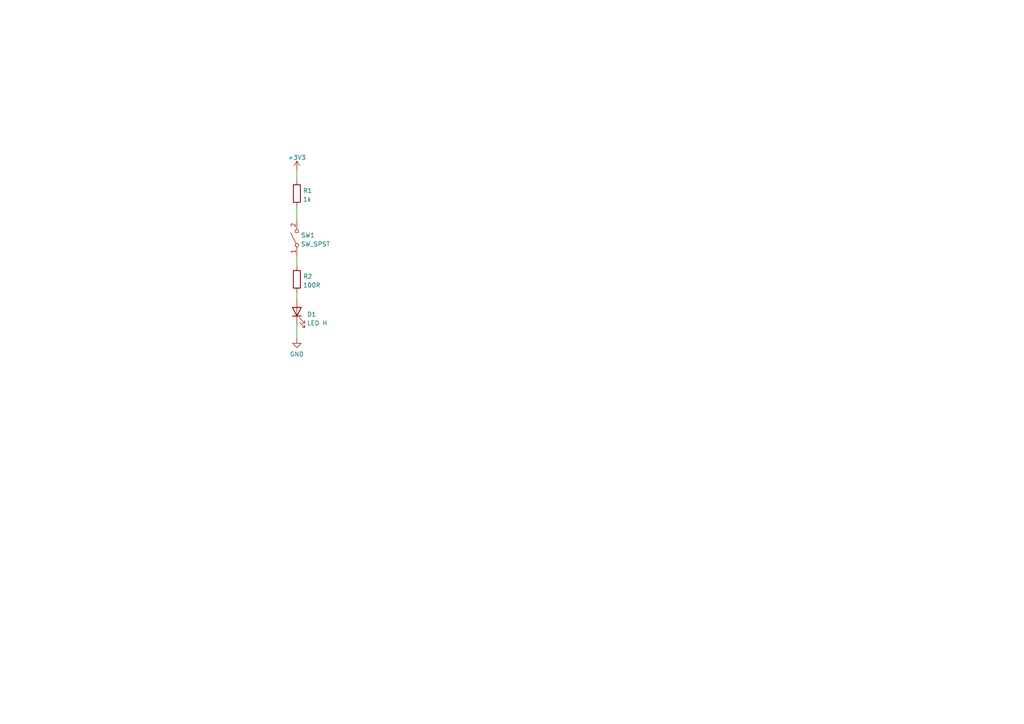
<source format=kicad_sch>
(kicad_sch (version 20211123) (generator eeschema)
  (paper "A4")
  (lib_symbols
    (symbol "Device:LED" (pin_numbers hide) (pin_names (offset 1.016) hide)
      (property "Reference" "D" (at 0 2.54 0))
      (property "Value" "LED" (at 0 -2.54 0))
      (symbol "LED_0_1"
        (polyline (pts (xy -1.27 -1.27) (xy -1.27 1.27)) (stroke (width 0.254)))
        (polyline (pts (xy -1.27 0) (xy 1.27 0)))
        (polyline (pts (xy 1.27 -1.27) (xy 1.27 1.27) (xy -1.27 0) (xy 1.27 -1.27)) (stroke (width 0.254)))
        (polyline (pts (xy -3.048 -0.762) (xy -4.572 -2.286) (xy -3.81 -2.286) (xy -4.572 -2.286) (xy -4.572 -1.524)))
        (polyline (pts (xy -1.778 -0.762) (xy -3.302 -2.286) (xy -2.54 -2.286) (xy -3.302 -2.286) (xy -3.302 -1.524)))
      )
      (symbol "LED_1_1"
        (pin passive line (at -3.81 0 0) (length 2.54) (name "K") (number "1"))
        (pin passive line (at 3.81 0 180) (length 2.54) (name "A") (number "2"))
      )
    )
    (symbol "Device:R" (pin_numbers hide) (pin_names (offset 0))
      (property "Reference" "R" (at 2.032 0 90))
      (property "Value" "R" (at 0 0 90))
      (symbol "R_0_1"
        (rectangle (start -1.016 -2.54) (end 1.016 2.54) (stroke (width 0.254)))
      )
      (symbol "R_1_1"
        (pin passive line (at 0 3.81 270) (length 1.27) (name "~") (number "1"))
        (pin passive line (at 0 -3.81 90) (length 1.27) (name "~") (number "2"))
      )
    )
    (symbol "Switch:SW_SPST" (pin_names (offset 0) hide)
      (property "Reference" "SW" (at 0 3.175 0))
      (property "Value" "SW_SPST" (at 0 -2.54 0))
      (symbol "SW_SPST_0_0"
        (circle (center -2.032 0) (radius 0.508))
        (polyline (pts (xy -1.524 0.254) (xy 1.524 1.778)))
        (circle (center 2.032 0) (radius 0.508))
      )
      (symbol "SW_SPST_1_1"
        (pin passive line (at -5.08 0 0) (length 2.54) (name "A") (number "1"))
        (pin passive line (at 5.08 0 180) (length 2.54) (name "B") (number "2"))
      )
    )
    (symbol "power:+3V3" (power) (pin_names (offset 0))
      (property "Value" "+3V3" (at 0 3.556 0))
      (symbol "+3V3_0_1"
        (polyline (pts (xy -0.762 1.27) (xy 0 2.54)))
        (polyline (pts (xy 0 0) (xy 0 2.54)))
        (polyline (pts (xy 0 2.54) (xy 0.762 1.27)))
      )
      (symbol "+3V3_1_1"
        (pin power_in line (at 0 0 90) (length 0) hide (name "+3V3") (number "1"))
      )
    )
    (symbol "power:GND" (power) (pin_names (offset 0))
      (property "Value" "GND" (at 0 -3.81 0))
      (symbol "GND_0_1"
        (polyline (pts (xy 0 0) (xy 0 -1.27) (xy 1.27 -1.27) (xy 0 -2.54) (xy -1.27 -1.27) (xy 0 -1.27)))
      )
      (symbol "GND_1_1"
        (pin power_in line (at 0 0 270) (length 0) hide (name "GND") (number "1"))
      )
    )
  )
  (wire (pts (xy 86.106 59.944) (xy 86.106 64.008)))
  (wire (pts (xy 86.106 84.836) (xy 86.106 86.614)))
  (wire (pts (xy 86.106 49.276) (xy 86.106 52.324)))
  (wire (pts (xy 86.106 74.168) (xy 86.106 77.216)))
  (wire (pts (xy 86.106 94.234) (xy 86.106 98.298)))
  (symbol (lib_id "Device:LED") (at 86.106 90.424 90) (unit 1)
    (property "Reference" "D1" (at 89.027 91.1768 90) (effects (justify right)))
    (property "Value" "LED H" (at 89.027 93.7137 90) (effects (justify right)))
  )
  (symbol (lib_id "Switch:SW_SPST") (at 86.106 69.088 90) (unit 1)
    (property "Reference" "SW1" (at 87.249 68.2533 90) (effects (justify right)))
    (property "Value" "SW_SPST" (at 87.249 70.7902 90) (effects (justify right)))
  )
  (symbol (lib_id "power:GND") (at 86.106 98.298 0) (unit 1)
    (property "Reference" "#PWR?" (effects hide))
    (property "Value" "GND" (at 86.106 102.7414 0))
  )
  (symbol (lib_id "power:+3V3") (at 86.106 49.276 0) (unit 1)
    (property "Reference" "#PWR?" (effects hide))
    (property "Value" "+3V3" (at 86.106 45.7002 0))
  )
  (symbol (lib_id "Device:R") (at 86.106 81.026 0) (unit 1)
    (property "Reference" "R2" (at 87.884 80.1913 0) (effects (justify left)))
    (property "Value" "100R" (at 87.884 82.7282 0) (effects (justify left)))
  )
  (symbol (lib_id "Device:R") (at 86.106 56.134 0) (unit 1)
    (property "Reference" "R1" (at 87.884 55.2993 0) (effects (justify left)))
    (property "Value" "1k" (at 87.884 57.8362 0) (effects (justify left)))
  )
)
</source>
